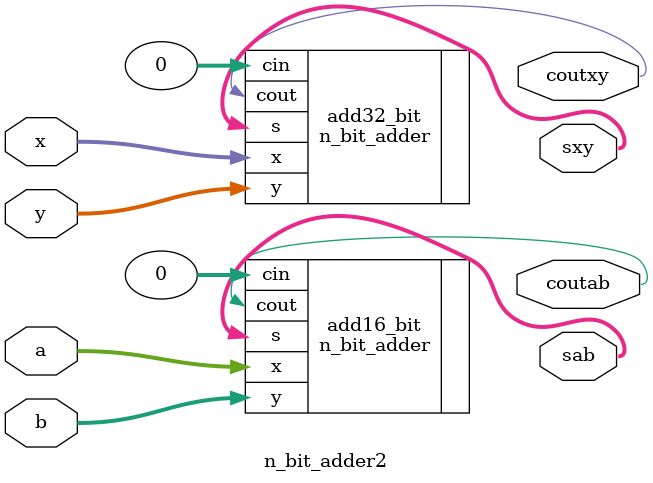
<source format=v>

module n_bit_adder2 #(parameter r=32  , k=16 )(
input [r-1:0] x ,y ,
output [r-1:0] sxy,
output coutxy,
input [k-1:0] a ,b ,
output [k-1:0] sab,
output coutab
);

n_bit_adder #(.n(r) ) add32_bit (
    .x(x),
    .y(y),
    .cin(0),
    .cout(coutxy),
    .s(sxy)
    );

n_bit_adder #(.n(k) ) add16_bit (
    .x(a),
    .y(b),
    .cin(0),
    .cout(coutab),
    .s(sab)
    );
endmodule




</source>
